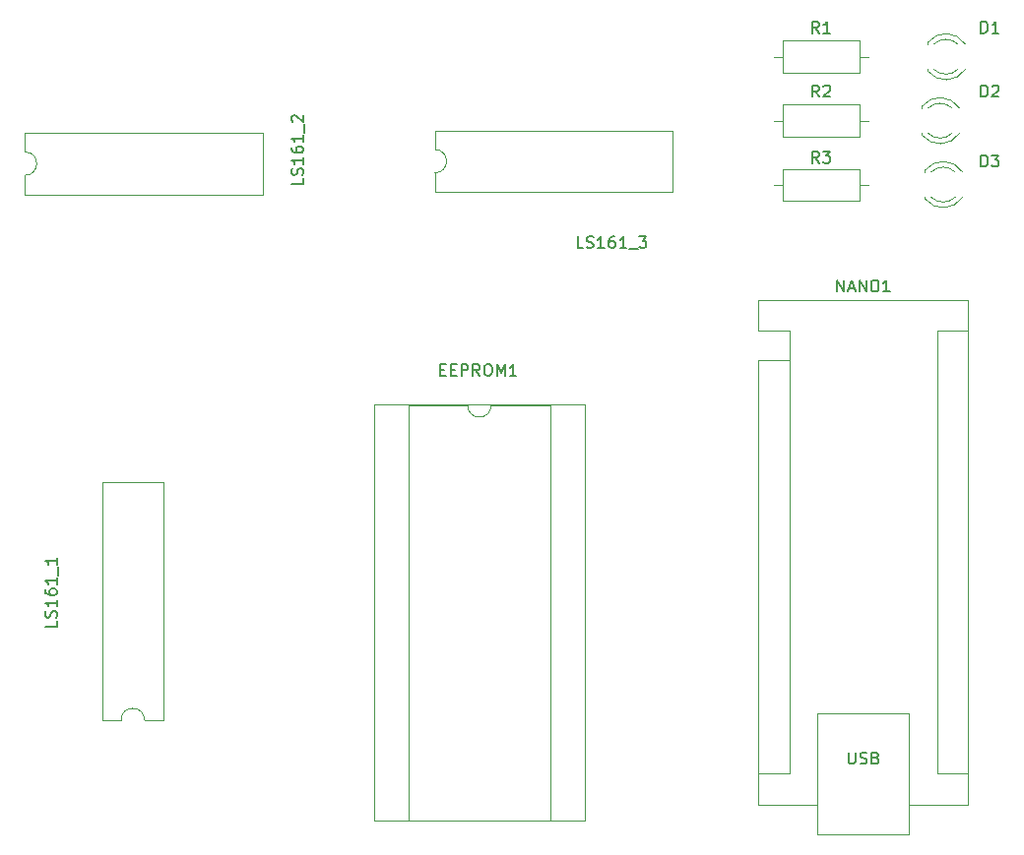
<source format=gbr>
%TF.GenerationSoftware,KiCad,Pcbnew,8.0.3*%
%TF.CreationDate,2024-09-08T09:23:32+02:00*%
%TF.ProjectId,AT28C64B-circuit-third-sol,41543238-4336-4344-922d-636972637569,rev?*%
%TF.SameCoordinates,Original*%
%TF.FileFunction,Legend,Top*%
%TF.FilePolarity,Positive*%
%FSLAX46Y46*%
G04 Gerber Fmt 4.6, Leading zero omitted, Abs format (unit mm)*
G04 Created by KiCad (PCBNEW 8.0.3) date 2024-09-08 09:23:32*
%MOMM*%
%LPD*%
G01*
G04 APERTURE LIST*
%ADD10C,0.150000*%
%ADD11C,0.120000*%
G04 APERTURE END LIST*
D10*
X180333333Y-51134819D02*
X180000000Y-50658628D01*
X179761905Y-51134819D02*
X179761905Y-50134819D01*
X179761905Y-50134819D02*
X180142857Y-50134819D01*
X180142857Y-50134819D02*
X180238095Y-50182438D01*
X180238095Y-50182438D02*
X180285714Y-50230057D01*
X180285714Y-50230057D02*
X180333333Y-50325295D01*
X180333333Y-50325295D02*
X180333333Y-50468152D01*
X180333333Y-50468152D02*
X180285714Y-50563390D01*
X180285714Y-50563390D02*
X180238095Y-50611009D01*
X180238095Y-50611009D02*
X180142857Y-50658628D01*
X180142857Y-50658628D02*
X179761905Y-50658628D01*
X180666667Y-50134819D02*
X181285714Y-50134819D01*
X181285714Y-50134819D02*
X180952381Y-50515771D01*
X180952381Y-50515771D02*
X181095238Y-50515771D01*
X181095238Y-50515771D02*
X181190476Y-50563390D01*
X181190476Y-50563390D02*
X181238095Y-50611009D01*
X181238095Y-50611009D02*
X181285714Y-50706247D01*
X181285714Y-50706247D02*
X181285714Y-50944342D01*
X181285714Y-50944342D02*
X181238095Y-51039580D01*
X181238095Y-51039580D02*
X181190476Y-51087200D01*
X181190476Y-51087200D02*
X181095238Y-51134819D01*
X181095238Y-51134819D02*
X180809524Y-51134819D01*
X180809524Y-51134819D02*
X180714286Y-51087200D01*
X180714286Y-51087200D02*
X180666667Y-51039580D01*
X180333333Y-39954819D02*
X180000000Y-39478628D01*
X179761905Y-39954819D02*
X179761905Y-38954819D01*
X179761905Y-38954819D02*
X180142857Y-38954819D01*
X180142857Y-38954819D02*
X180238095Y-39002438D01*
X180238095Y-39002438D02*
X180285714Y-39050057D01*
X180285714Y-39050057D02*
X180333333Y-39145295D01*
X180333333Y-39145295D02*
X180333333Y-39288152D01*
X180333333Y-39288152D02*
X180285714Y-39383390D01*
X180285714Y-39383390D02*
X180238095Y-39431009D01*
X180238095Y-39431009D02*
X180142857Y-39478628D01*
X180142857Y-39478628D02*
X179761905Y-39478628D01*
X181285714Y-39954819D02*
X180714286Y-39954819D01*
X181000000Y-39954819D02*
X181000000Y-38954819D01*
X181000000Y-38954819D02*
X180904762Y-39097676D01*
X180904762Y-39097676D02*
X180809524Y-39192914D01*
X180809524Y-39192914D02*
X180714286Y-39240533D01*
X135954819Y-52452381D02*
X135954819Y-52928571D01*
X135954819Y-52928571D02*
X134954819Y-52928571D01*
X135907200Y-52166666D02*
X135954819Y-52023809D01*
X135954819Y-52023809D02*
X135954819Y-51785714D01*
X135954819Y-51785714D02*
X135907200Y-51690476D01*
X135907200Y-51690476D02*
X135859580Y-51642857D01*
X135859580Y-51642857D02*
X135764342Y-51595238D01*
X135764342Y-51595238D02*
X135669104Y-51595238D01*
X135669104Y-51595238D02*
X135573866Y-51642857D01*
X135573866Y-51642857D02*
X135526247Y-51690476D01*
X135526247Y-51690476D02*
X135478628Y-51785714D01*
X135478628Y-51785714D02*
X135431009Y-51976190D01*
X135431009Y-51976190D02*
X135383390Y-52071428D01*
X135383390Y-52071428D02*
X135335771Y-52119047D01*
X135335771Y-52119047D02*
X135240533Y-52166666D01*
X135240533Y-52166666D02*
X135145295Y-52166666D01*
X135145295Y-52166666D02*
X135050057Y-52119047D01*
X135050057Y-52119047D02*
X135002438Y-52071428D01*
X135002438Y-52071428D02*
X134954819Y-51976190D01*
X134954819Y-51976190D02*
X134954819Y-51738095D01*
X134954819Y-51738095D02*
X135002438Y-51595238D01*
X135954819Y-50642857D02*
X135954819Y-51214285D01*
X135954819Y-50928571D02*
X134954819Y-50928571D01*
X134954819Y-50928571D02*
X135097676Y-51023809D01*
X135097676Y-51023809D02*
X135192914Y-51119047D01*
X135192914Y-51119047D02*
X135240533Y-51214285D01*
X134954819Y-49785714D02*
X134954819Y-49976190D01*
X134954819Y-49976190D02*
X135002438Y-50071428D01*
X135002438Y-50071428D02*
X135050057Y-50119047D01*
X135050057Y-50119047D02*
X135192914Y-50214285D01*
X135192914Y-50214285D02*
X135383390Y-50261904D01*
X135383390Y-50261904D02*
X135764342Y-50261904D01*
X135764342Y-50261904D02*
X135859580Y-50214285D01*
X135859580Y-50214285D02*
X135907200Y-50166666D01*
X135907200Y-50166666D02*
X135954819Y-50071428D01*
X135954819Y-50071428D02*
X135954819Y-49880952D01*
X135954819Y-49880952D02*
X135907200Y-49785714D01*
X135907200Y-49785714D02*
X135859580Y-49738095D01*
X135859580Y-49738095D02*
X135764342Y-49690476D01*
X135764342Y-49690476D02*
X135526247Y-49690476D01*
X135526247Y-49690476D02*
X135431009Y-49738095D01*
X135431009Y-49738095D02*
X135383390Y-49785714D01*
X135383390Y-49785714D02*
X135335771Y-49880952D01*
X135335771Y-49880952D02*
X135335771Y-50071428D01*
X135335771Y-50071428D02*
X135383390Y-50166666D01*
X135383390Y-50166666D02*
X135431009Y-50214285D01*
X135431009Y-50214285D02*
X135526247Y-50261904D01*
X135954819Y-48738095D02*
X135954819Y-49309523D01*
X135954819Y-49023809D02*
X134954819Y-49023809D01*
X134954819Y-49023809D02*
X135097676Y-49119047D01*
X135097676Y-49119047D02*
X135192914Y-49214285D01*
X135192914Y-49214285D02*
X135240533Y-49309523D01*
X136050057Y-48547619D02*
X136050057Y-47785714D01*
X135050057Y-47595237D02*
X135002438Y-47547618D01*
X135002438Y-47547618D02*
X134954819Y-47452380D01*
X134954819Y-47452380D02*
X134954819Y-47214285D01*
X134954819Y-47214285D02*
X135002438Y-47119047D01*
X135002438Y-47119047D02*
X135050057Y-47071428D01*
X135050057Y-47071428D02*
X135145295Y-47023809D01*
X135145295Y-47023809D02*
X135240533Y-47023809D01*
X135240533Y-47023809D02*
X135383390Y-47071428D01*
X135383390Y-47071428D02*
X135954819Y-47642856D01*
X135954819Y-47642856D02*
X135954819Y-47023809D01*
X194261905Y-39954819D02*
X194261905Y-38954819D01*
X194261905Y-38954819D02*
X194500000Y-38954819D01*
X194500000Y-38954819D02*
X194642857Y-39002438D01*
X194642857Y-39002438D02*
X194738095Y-39097676D01*
X194738095Y-39097676D02*
X194785714Y-39192914D01*
X194785714Y-39192914D02*
X194833333Y-39383390D01*
X194833333Y-39383390D02*
X194833333Y-39526247D01*
X194833333Y-39526247D02*
X194785714Y-39716723D01*
X194785714Y-39716723D02*
X194738095Y-39811961D01*
X194738095Y-39811961D02*
X194642857Y-39907200D01*
X194642857Y-39907200D02*
X194500000Y-39954819D01*
X194500000Y-39954819D02*
X194261905Y-39954819D01*
X195785714Y-39954819D02*
X195214286Y-39954819D01*
X195500000Y-39954819D02*
X195500000Y-38954819D01*
X195500000Y-38954819D02*
X195404762Y-39097676D01*
X195404762Y-39097676D02*
X195309524Y-39192914D01*
X195309524Y-39192914D02*
X195214286Y-39240533D01*
X147761905Y-68931009D02*
X148095238Y-68931009D01*
X148238095Y-69454819D02*
X147761905Y-69454819D01*
X147761905Y-69454819D02*
X147761905Y-68454819D01*
X147761905Y-68454819D02*
X148238095Y-68454819D01*
X148666667Y-68931009D02*
X149000000Y-68931009D01*
X149142857Y-69454819D02*
X148666667Y-69454819D01*
X148666667Y-69454819D02*
X148666667Y-68454819D01*
X148666667Y-68454819D02*
X149142857Y-68454819D01*
X149571429Y-69454819D02*
X149571429Y-68454819D01*
X149571429Y-68454819D02*
X149952381Y-68454819D01*
X149952381Y-68454819D02*
X150047619Y-68502438D01*
X150047619Y-68502438D02*
X150095238Y-68550057D01*
X150095238Y-68550057D02*
X150142857Y-68645295D01*
X150142857Y-68645295D02*
X150142857Y-68788152D01*
X150142857Y-68788152D02*
X150095238Y-68883390D01*
X150095238Y-68883390D02*
X150047619Y-68931009D01*
X150047619Y-68931009D02*
X149952381Y-68978628D01*
X149952381Y-68978628D02*
X149571429Y-68978628D01*
X151142857Y-69454819D02*
X150809524Y-68978628D01*
X150571429Y-69454819D02*
X150571429Y-68454819D01*
X150571429Y-68454819D02*
X150952381Y-68454819D01*
X150952381Y-68454819D02*
X151047619Y-68502438D01*
X151047619Y-68502438D02*
X151095238Y-68550057D01*
X151095238Y-68550057D02*
X151142857Y-68645295D01*
X151142857Y-68645295D02*
X151142857Y-68788152D01*
X151142857Y-68788152D02*
X151095238Y-68883390D01*
X151095238Y-68883390D02*
X151047619Y-68931009D01*
X151047619Y-68931009D02*
X150952381Y-68978628D01*
X150952381Y-68978628D02*
X150571429Y-68978628D01*
X151761905Y-68454819D02*
X151952381Y-68454819D01*
X151952381Y-68454819D02*
X152047619Y-68502438D01*
X152047619Y-68502438D02*
X152142857Y-68597676D01*
X152142857Y-68597676D02*
X152190476Y-68788152D01*
X152190476Y-68788152D02*
X152190476Y-69121485D01*
X152190476Y-69121485D02*
X152142857Y-69311961D01*
X152142857Y-69311961D02*
X152047619Y-69407200D01*
X152047619Y-69407200D02*
X151952381Y-69454819D01*
X151952381Y-69454819D02*
X151761905Y-69454819D01*
X151761905Y-69454819D02*
X151666667Y-69407200D01*
X151666667Y-69407200D02*
X151571429Y-69311961D01*
X151571429Y-69311961D02*
X151523810Y-69121485D01*
X151523810Y-69121485D02*
X151523810Y-68788152D01*
X151523810Y-68788152D02*
X151571429Y-68597676D01*
X151571429Y-68597676D02*
X151666667Y-68502438D01*
X151666667Y-68502438D02*
X151761905Y-68454819D01*
X152619048Y-69454819D02*
X152619048Y-68454819D01*
X152619048Y-68454819D02*
X152952381Y-69169104D01*
X152952381Y-69169104D02*
X153285714Y-68454819D01*
X153285714Y-68454819D02*
X153285714Y-69454819D01*
X154285714Y-69454819D02*
X153714286Y-69454819D01*
X154000000Y-69454819D02*
X154000000Y-68454819D01*
X154000000Y-68454819D02*
X153904762Y-68597676D01*
X153904762Y-68597676D02*
X153809524Y-68692914D01*
X153809524Y-68692914D02*
X153714286Y-68740533D01*
X160047618Y-58454819D02*
X159571428Y-58454819D01*
X159571428Y-58454819D02*
X159571428Y-57454819D01*
X160333333Y-58407200D02*
X160476190Y-58454819D01*
X160476190Y-58454819D02*
X160714285Y-58454819D01*
X160714285Y-58454819D02*
X160809523Y-58407200D01*
X160809523Y-58407200D02*
X160857142Y-58359580D01*
X160857142Y-58359580D02*
X160904761Y-58264342D01*
X160904761Y-58264342D02*
X160904761Y-58169104D01*
X160904761Y-58169104D02*
X160857142Y-58073866D01*
X160857142Y-58073866D02*
X160809523Y-58026247D01*
X160809523Y-58026247D02*
X160714285Y-57978628D01*
X160714285Y-57978628D02*
X160523809Y-57931009D01*
X160523809Y-57931009D02*
X160428571Y-57883390D01*
X160428571Y-57883390D02*
X160380952Y-57835771D01*
X160380952Y-57835771D02*
X160333333Y-57740533D01*
X160333333Y-57740533D02*
X160333333Y-57645295D01*
X160333333Y-57645295D02*
X160380952Y-57550057D01*
X160380952Y-57550057D02*
X160428571Y-57502438D01*
X160428571Y-57502438D02*
X160523809Y-57454819D01*
X160523809Y-57454819D02*
X160761904Y-57454819D01*
X160761904Y-57454819D02*
X160904761Y-57502438D01*
X161857142Y-58454819D02*
X161285714Y-58454819D01*
X161571428Y-58454819D02*
X161571428Y-57454819D01*
X161571428Y-57454819D02*
X161476190Y-57597676D01*
X161476190Y-57597676D02*
X161380952Y-57692914D01*
X161380952Y-57692914D02*
X161285714Y-57740533D01*
X162714285Y-57454819D02*
X162523809Y-57454819D01*
X162523809Y-57454819D02*
X162428571Y-57502438D01*
X162428571Y-57502438D02*
X162380952Y-57550057D01*
X162380952Y-57550057D02*
X162285714Y-57692914D01*
X162285714Y-57692914D02*
X162238095Y-57883390D01*
X162238095Y-57883390D02*
X162238095Y-58264342D01*
X162238095Y-58264342D02*
X162285714Y-58359580D01*
X162285714Y-58359580D02*
X162333333Y-58407200D01*
X162333333Y-58407200D02*
X162428571Y-58454819D01*
X162428571Y-58454819D02*
X162619047Y-58454819D01*
X162619047Y-58454819D02*
X162714285Y-58407200D01*
X162714285Y-58407200D02*
X162761904Y-58359580D01*
X162761904Y-58359580D02*
X162809523Y-58264342D01*
X162809523Y-58264342D02*
X162809523Y-58026247D01*
X162809523Y-58026247D02*
X162761904Y-57931009D01*
X162761904Y-57931009D02*
X162714285Y-57883390D01*
X162714285Y-57883390D02*
X162619047Y-57835771D01*
X162619047Y-57835771D02*
X162428571Y-57835771D01*
X162428571Y-57835771D02*
X162333333Y-57883390D01*
X162333333Y-57883390D02*
X162285714Y-57931009D01*
X162285714Y-57931009D02*
X162238095Y-58026247D01*
X163761904Y-58454819D02*
X163190476Y-58454819D01*
X163476190Y-58454819D02*
X163476190Y-57454819D01*
X163476190Y-57454819D02*
X163380952Y-57597676D01*
X163380952Y-57597676D02*
X163285714Y-57692914D01*
X163285714Y-57692914D02*
X163190476Y-57740533D01*
X163952381Y-58550057D02*
X164714285Y-58550057D01*
X164857143Y-57454819D02*
X165476190Y-57454819D01*
X165476190Y-57454819D02*
X165142857Y-57835771D01*
X165142857Y-57835771D02*
X165285714Y-57835771D01*
X165285714Y-57835771D02*
X165380952Y-57883390D01*
X165380952Y-57883390D02*
X165428571Y-57931009D01*
X165428571Y-57931009D02*
X165476190Y-58026247D01*
X165476190Y-58026247D02*
X165476190Y-58264342D01*
X165476190Y-58264342D02*
X165428571Y-58359580D01*
X165428571Y-58359580D02*
X165380952Y-58407200D01*
X165380952Y-58407200D02*
X165285714Y-58454819D01*
X165285714Y-58454819D02*
X165000000Y-58454819D01*
X165000000Y-58454819D02*
X164904762Y-58407200D01*
X164904762Y-58407200D02*
X164857143Y-58359580D01*
X180333333Y-45454819D02*
X180000000Y-44978628D01*
X179761905Y-45454819D02*
X179761905Y-44454819D01*
X179761905Y-44454819D02*
X180142857Y-44454819D01*
X180142857Y-44454819D02*
X180238095Y-44502438D01*
X180238095Y-44502438D02*
X180285714Y-44550057D01*
X180285714Y-44550057D02*
X180333333Y-44645295D01*
X180333333Y-44645295D02*
X180333333Y-44788152D01*
X180333333Y-44788152D02*
X180285714Y-44883390D01*
X180285714Y-44883390D02*
X180238095Y-44931009D01*
X180238095Y-44931009D02*
X180142857Y-44978628D01*
X180142857Y-44978628D02*
X179761905Y-44978628D01*
X180714286Y-44550057D02*
X180761905Y-44502438D01*
X180761905Y-44502438D02*
X180857143Y-44454819D01*
X180857143Y-44454819D02*
X181095238Y-44454819D01*
X181095238Y-44454819D02*
X181190476Y-44502438D01*
X181190476Y-44502438D02*
X181238095Y-44550057D01*
X181238095Y-44550057D02*
X181285714Y-44645295D01*
X181285714Y-44645295D02*
X181285714Y-44740533D01*
X181285714Y-44740533D02*
X181238095Y-44883390D01*
X181238095Y-44883390D02*
X180666667Y-45454819D01*
X180666667Y-45454819D02*
X181285714Y-45454819D01*
X181881905Y-62214819D02*
X181881905Y-61214819D01*
X181881905Y-61214819D02*
X182453333Y-62214819D01*
X182453333Y-62214819D02*
X182453333Y-61214819D01*
X182881905Y-61929104D02*
X183358095Y-61929104D01*
X182786667Y-62214819D02*
X183120000Y-61214819D01*
X183120000Y-61214819D02*
X183453333Y-62214819D01*
X183786667Y-62214819D02*
X183786667Y-61214819D01*
X183786667Y-61214819D02*
X184358095Y-62214819D01*
X184358095Y-62214819D02*
X184358095Y-61214819D01*
X185024762Y-61214819D02*
X185215238Y-61214819D01*
X185215238Y-61214819D02*
X185310476Y-61262438D01*
X185310476Y-61262438D02*
X185405714Y-61357676D01*
X185405714Y-61357676D02*
X185453333Y-61548152D01*
X185453333Y-61548152D02*
X185453333Y-61881485D01*
X185453333Y-61881485D02*
X185405714Y-62071961D01*
X185405714Y-62071961D02*
X185310476Y-62167200D01*
X185310476Y-62167200D02*
X185215238Y-62214819D01*
X185215238Y-62214819D02*
X185024762Y-62214819D01*
X185024762Y-62214819D02*
X184929524Y-62167200D01*
X184929524Y-62167200D02*
X184834286Y-62071961D01*
X184834286Y-62071961D02*
X184786667Y-61881485D01*
X184786667Y-61881485D02*
X184786667Y-61548152D01*
X184786667Y-61548152D02*
X184834286Y-61357676D01*
X184834286Y-61357676D02*
X184929524Y-61262438D01*
X184929524Y-61262438D02*
X185024762Y-61214819D01*
X186405714Y-62214819D02*
X185834286Y-62214819D01*
X186120000Y-62214819D02*
X186120000Y-61214819D01*
X186120000Y-61214819D02*
X186024762Y-61357676D01*
X186024762Y-61357676D02*
X185929524Y-61452914D01*
X185929524Y-61452914D02*
X185834286Y-61500533D01*
X182858095Y-101854819D02*
X182858095Y-102664342D01*
X182858095Y-102664342D02*
X182905714Y-102759580D01*
X182905714Y-102759580D02*
X182953333Y-102807200D01*
X182953333Y-102807200D02*
X183048571Y-102854819D01*
X183048571Y-102854819D02*
X183239047Y-102854819D01*
X183239047Y-102854819D02*
X183334285Y-102807200D01*
X183334285Y-102807200D02*
X183381904Y-102759580D01*
X183381904Y-102759580D02*
X183429523Y-102664342D01*
X183429523Y-102664342D02*
X183429523Y-101854819D01*
X183858095Y-102807200D02*
X184000952Y-102854819D01*
X184000952Y-102854819D02*
X184239047Y-102854819D01*
X184239047Y-102854819D02*
X184334285Y-102807200D01*
X184334285Y-102807200D02*
X184381904Y-102759580D01*
X184381904Y-102759580D02*
X184429523Y-102664342D01*
X184429523Y-102664342D02*
X184429523Y-102569104D01*
X184429523Y-102569104D02*
X184381904Y-102473866D01*
X184381904Y-102473866D02*
X184334285Y-102426247D01*
X184334285Y-102426247D02*
X184239047Y-102378628D01*
X184239047Y-102378628D02*
X184048571Y-102331009D01*
X184048571Y-102331009D02*
X183953333Y-102283390D01*
X183953333Y-102283390D02*
X183905714Y-102235771D01*
X183905714Y-102235771D02*
X183858095Y-102140533D01*
X183858095Y-102140533D02*
X183858095Y-102045295D01*
X183858095Y-102045295D02*
X183905714Y-101950057D01*
X183905714Y-101950057D02*
X183953333Y-101902438D01*
X183953333Y-101902438D02*
X184048571Y-101854819D01*
X184048571Y-101854819D02*
X184286666Y-101854819D01*
X184286666Y-101854819D02*
X184429523Y-101902438D01*
X185191428Y-102331009D02*
X185334285Y-102378628D01*
X185334285Y-102378628D02*
X185381904Y-102426247D01*
X185381904Y-102426247D02*
X185429523Y-102521485D01*
X185429523Y-102521485D02*
X185429523Y-102664342D01*
X185429523Y-102664342D02*
X185381904Y-102759580D01*
X185381904Y-102759580D02*
X185334285Y-102807200D01*
X185334285Y-102807200D02*
X185239047Y-102854819D01*
X185239047Y-102854819D02*
X184858095Y-102854819D01*
X184858095Y-102854819D02*
X184858095Y-101854819D01*
X184858095Y-101854819D02*
X185191428Y-101854819D01*
X185191428Y-101854819D02*
X185286666Y-101902438D01*
X185286666Y-101902438D02*
X185334285Y-101950057D01*
X185334285Y-101950057D02*
X185381904Y-102045295D01*
X185381904Y-102045295D02*
X185381904Y-102140533D01*
X185381904Y-102140533D02*
X185334285Y-102235771D01*
X185334285Y-102235771D02*
X185286666Y-102283390D01*
X185286666Y-102283390D02*
X185191428Y-102331009D01*
X185191428Y-102331009D02*
X184858095Y-102331009D01*
X114774819Y-90532381D02*
X114774819Y-91008571D01*
X114774819Y-91008571D02*
X113774819Y-91008571D01*
X114727200Y-90246666D02*
X114774819Y-90103809D01*
X114774819Y-90103809D02*
X114774819Y-89865714D01*
X114774819Y-89865714D02*
X114727200Y-89770476D01*
X114727200Y-89770476D02*
X114679580Y-89722857D01*
X114679580Y-89722857D02*
X114584342Y-89675238D01*
X114584342Y-89675238D02*
X114489104Y-89675238D01*
X114489104Y-89675238D02*
X114393866Y-89722857D01*
X114393866Y-89722857D02*
X114346247Y-89770476D01*
X114346247Y-89770476D02*
X114298628Y-89865714D01*
X114298628Y-89865714D02*
X114251009Y-90056190D01*
X114251009Y-90056190D02*
X114203390Y-90151428D01*
X114203390Y-90151428D02*
X114155771Y-90199047D01*
X114155771Y-90199047D02*
X114060533Y-90246666D01*
X114060533Y-90246666D02*
X113965295Y-90246666D01*
X113965295Y-90246666D02*
X113870057Y-90199047D01*
X113870057Y-90199047D02*
X113822438Y-90151428D01*
X113822438Y-90151428D02*
X113774819Y-90056190D01*
X113774819Y-90056190D02*
X113774819Y-89818095D01*
X113774819Y-89818095D02*
X113822438Y-89675238D01*
X114774819Y-88722857D02*
X114774819Y-89294285D01*
X114774819Y-89008571D02*
X113774819Y-89008571D01*
X113774819Y-89008571D02*
X113917676Y-89103809D01*
X113917676Y-89103809D02*
X114012914Y-89199047D01*
X114012914Y-89199047D02*
X114060533Y-89294285D01*
X113774819Y-87865714D02*
X113774819Y-88056190D01*
X113774819Y-88056190D02*
X113822438Y-88151428D01*
X113822438Y-88151428D02*
X113870057Y-88199047D01*
X113870057Y-88199047D02*
X114012914Y-88294285D01*
X114012914Y-88294285D02*
X114203390Y-88341904D01*
X114203390Y-88341904D02*
X114584342Y-88341904D01*
X114584342Y-88341904D02*
X114679580Y-88294285D01*
X114679580Y-88294285D02*
X114727200Y-88246666D01*
X114727200Y-88246666D02*
X114774819Y-88151428D01*
X114774819Y-88151428D02*
X114774819Y-87960952D01*
X114774819Y-87960952D02*
X114727200Y-87865714D01*
X114727200Y-87865714D02*
X114679580Y-87818095D01*
X114679580Y-87818095D02*
X114584342Y-87770476D01*
X114584342Y-87770476D02*
X114346247Y-87770476D01*
X114346247Y-87770476D02*
X114251009Y-87818095D01*
X114251009Y-87818095D02*
X114203390Y-87865714D01*
X114203390Y-87865714D02*
X114155771Y-87960952D01*
X114155771Y-87960952D02*
X114155771Y-88151428D01*
X114155771Y-88151428D02*
X114203390Y-88246666D01*
X114203390Y-88246666D02*
X114251009Y-88294285D01*
X114251009Y-88294285D02*
X114346247Y-88341904D01*
X114774819Y-86818095D02*
X114774819Y-87389523D01*
X114774819Y-87103809D02*
X113774819Y-87103809D01*
X113774819Y-87103809D02*
X113917676Y-87199047D01*
X113917676Y-87199047D02*
X114012914Y-87294285D01*
X114012914Y-87294285D02*
X114060533Y-87389523D01*
X114870057Y-86627619D02*
X114870057Y-85865714D01*
X114774819Y-85103809D02*
X114774819Y-85675237D01*
X114774819Y-85389523D02*
X113774819Y-85389523D01*
X113774819Y-85389523D02*
X113917676Y-85484761D01*
X113917676Y-85484761D02*
X114012914Y-85579999D01*
X114012914Y-85579999D02*
X114060533Y-85675237D01*
X194261905Y-45454819D02*
X194261905Y-44454819D01*
X194261905Y-44454819D02*
X194500000Y-44454819D01*
X194500000Y-44454819D02*
X194642857Y-44502438D01*
X194642857Y-44502438D02*
X194738095Y-44597676D01*
X194738095Y-44597676D02*
X194785714Y-44692914D01*
X194785714Y-44692914D02*
X194833333Y-44883390D01*
X194833333Y-44883390D02*
X194833333Y-45026247D01*
X194833333Y-45026247D02*
X194785714Y-45216723D01*
X194785714Y-45216723D02*
X194738095Y-45311961D01*
X194738095Y-45311961D02*
X194642857Y-45407200D01*
X194642857Y-45407200D02*
X194500000Y-45454819D01*
X194500000Y-45454819D02*
X194261905Y-45454819D01*
X195214286Y-44550057D02*
X195261905Y-44502438D01*
X195261905Y-44502438D02*
X195357143Y-44454819D01*
X195357143Y-44454819D02*
X195595238Y-44454819D01*
X195595238Y-44454819D02*
X195690476Y-44502438D01*
X195690476Y-44502438D02*
X195738095Y-44550057D01*
X195738095Y-44550057D02*
X195785714Y-44645295D01*
X195785714Y-44645295D02*
X195785714Y-44740533D01*
X195785714Y-44740533D02*
X195738095Y-44883390D01*
X195738095Y-44883390D02*
X195166667Y-45454819D01*
X195166667Y-45454819D02*
X195785714Y-45454819D01*
X194261905Y-51454819D02*
X194261905Y-50454819D01*
X194261905Y-50454819D02*
X194500000Y-50454819D01*
X194500000Y-50454819D02*
X194642857Y-50502438D01*
X194642857Y-50502438D02*
X194738095Y-50597676D01*
X194738095Y-50597676D02*
X194785714Y-50692914D01*
X194785714Y-50692914D02*
X194833333Y-50883390D01*
X194833333Y-50883390D02*
X194833333Y-51026247D01*
X194833333Y-51026247D02*
X194785714Y-51216723D01*
X194785714Y-51216723D02*
X194738095Y-51311961D01*
X194738095Y-51311961D02*
X194642857Y-51407200D01*
X194642857Y-51407200D02*
X194500000Y-51454819D01*
X194500000Y-51454819D02*
X194261905Y-51454819D01*
X195166667Y-50454819D02*
X195785714Y-50454819D01*
X195785714Y-50454819D02*
X195452381Y-50835771D01*
X195452381Y-50835771D02*
X195595238Y-50835771D01*
X195595238Y-50835771D02*
X195690476Y-50883390D01*
X195690476Y-50883390D02*
X195738095Y-50931009D01*
X195738095Y-50931009D02*
X195785714Y-51026247D01*
X195785714Y-51026247D02*
X195785714Y-51264342D01*
X195785714Y-51264342D02*
X195738095Y-51359580D01*
X195738095Y-51359580D02*
X195690476Y-51407200D01*
X195690476Y-51407200D02*
X195595238Y-51454819D01*
X195595238Y-51454819D02*
X195309524Y-51454819D01*
X195309524Y-51454819D02*
X195214286Y-51407200D01*
X195214286Y-51407200D02*
X195166667Y-51359580D01*
D11*
%TO.C,R3*%
X176460000Y-53050000D02*
X177230000Y-53050000D01*
X177230000Y-51680000D02*
X177230000Y-54420000D01*
X177230000Y-54420000D02*
X183770000Y-54420000D01*
X183770000Y-51680000D02*
X177230000Y-51680000D01*
X183770000Y-54420000D02*
X183770000Y-51680000D01*
X184540000Y-53050000D02*
X183770000Y-53050000D01*
%TO.C,R1*%
X176460000Y-42000000D02*
X177230000Y-42000000D01*
X177230000Y-40630000D02*
X177230000Y-43370000D01*
X177230000Y-43370000D02*
X183770000Y-43370000D01*
X183770000Y-40630000D02*
X177230000Y-40630000D01*
X183770000Y-43370000D02*
X183770000Y-40630000D01*
X184540000Y-42000000D02*
X183770000Y-42000000D01*
%TO.C,LS161_2*%
X112050000Y-48540000D02*
X112050000Y-50190000D01*
X112050000Y-52190000D02*
X112050000Y-53840000D01*
X112050000Y-53840000D02*
X132490000Y-53840000D01*
X132490000Y-48540000D02*
X112050000Y-48540000D01*
X132490000Y-53840000D02*
X132490000Y-48540000D01*
X112050000Y-50190000D02*
G75*
G02*
X112050000Y-52190000I0J-1000000D01*
G01*
%TO.C,D1*%
X189670000Y-40764000D02*
X189670000Y-40920000D01*
X189670000Y-43080000D02*
X189670000Y-43236000D01*
X189670000Y-40764484D02*
G75*
G02*
X192902335Y-40921392I1560000J-1235516D01*
G01*
X190189039Y-40920000D02*
G75*
G02*
X192271130Y-40920163I1040961J-1080000D01*
G01*
X192271130Y-43079837D02*
G75*
G02*
X190189039Y-43080000I-1041130J1079837D01*
G01*
X192902335Y-43078608D02*
G75*
G02*
X189670000Y-43235516I-1672335J1078608D01*
G01*
%TO.C,EEPROM1*%
X142060000Y-71950000D02*
X142060000Y-107750000D01*
X142060000Y-107750000D02*
X160180000Y-107750000D01*
X145060000Y-72010000D02*
X145060000Y-107690000D01*
X145060000Y-107690000D02*
X157180000Y-107690000D01*
X150120000Y-72010000D02*
X145060000Y-72010000D01*
X157180000Y-72010000D02*
X152120000Y-72010000D01*
X157180000Y-107690000D02*
X157180000Y-72010000D01*
X160180000Y-71950000D02*
X142060000Y-71950000D01*
X160180000Y-107750000D02*
X160180000Y-71950000D01*
X152120000Y-72010000D02*
G75*
G02*
X150120000Y-72010000I-1000000J0D01*
G01*
%TO.C,LS161_3*%
X147295000Y-48340000D02*
X147295000Y-49990000D01*
X147295000Y-51990000D02*
X147295000Y-53640000D01*
X147295000Y-53640000D02*
X167735000Y-53640000D01*
X167735000Y-48340000D02*
X147295000Y-48340000D01*
X167735000Y-53640000D02*
X167735000Y-48340000D01*
X147295000Y-49990000D02*
G75*
G02*
X147295000Y-51990000I0J-1000000D01*
G01*
%TO.C,R2*%
X176460000Y-47500000D02*
X177230000Y-47500000D01*
X177230000Y-46130000D02*
X177230000Y-48870000D01*
X177230000Y-48870000D02*
X183770000Y-48870000D01*
X183770000Y-46130000D02*
X177230000Y-46130000D01*
X183770000Y-48870000D02*
X183770000Y-46130000D01*
X184540000Y-47500000D02*
X183770000Y-47500000D01*
%TO.C,NANO1*%
X175100000Y-62900000D02*
X175100000Y-65570000D01*
X175100000Y-68110000D02*
X175100000Y-106340000D01*
X175100000Y-106340000D02*
X180180000Y-106340000D01*
X177770000Y-65570000D02*
X175100000Y-65570000D01*
X177770000Y-68110000D02*
X175100000Y-68110000D01*
X177770000Y-68110000D02*
X177770000Y-65570000D01*
X177770000Y-68110000D02*
X177770000Y-103670000D01*
X177770000Y-103670000D02*
X175100000Y-103670000D01*
X180180000Y-98460000D02*
X188060000Y-98460000D01*
X180180000Y-108880000D02*
X180180000Y-98460000D01*
X188060000Y-98460000D02*
X188060000Y-108880000D01*
X188060000Y-108880000D02*
X180180000Y-108880000D01*
X190470000Y-65570000D02*
X190470000Y-103670000D01*
X190470000Y-65570000D02*
X193140000Y-65570000D01*
X190470000Y-103670000D02*
X193140000Y-103670000D01*
X193140000Y-62900000D02*
X175100000Y-62900000D01*
X193140000Y-106340000D02*
X188060000Y-106340000D01*
X193140000Y-106340000D02*
X193140000Y-62900000D01*
%TO.C,LS161_1*%
X118660000Y-78630000D02*
X118660000Y-99070000D01*
X118660000Y-99070000D02*
X120310000Y-99070000D01*
X122310000Y-99070000D02*
X123960000Y-99070000D01*
X123960000Y-78630000D02*
X118660000Y-78630000D01*
X123960000Y-99070000D02*
X123960000Y-78630000D01*
X120310000Y-99070000D02*
G75*
G02*
X122310000Y-99070000I1000000J0D01*
G01*
%TO.C,D2*%
X189170000Y-46264000D02*
X189170000Y-46420000D01*
X189170000Y-48580000D02*
X189170000Y-48736000D01*
X189170000Y-46264484D02*
G75*
G02*
X192402335Y-46421392I1560000J-1235516D01*
G01*
X189689039Y-46420000D02*
G75*
G02*
X191771130Y-46420163I1040961J-1080000D01*
G01*
X191771130Y-48579837D02*
G75*
G02*
X189689039Y-48580000I-1041130J1079837D01*
G01*
X192402335Y-48578608D02*
G75*
G02*
X189170000Y-48735516I-1672335J1078608D01*
G01*
%TO.C,D3*%
X189435000Y-51764000D02*
X189435000Y-51920000D01*
X189435000Y-54080000D02*
X189435000Y-54236000D01*
X189435000Y-51764484D02*
G75*
G02*
X192667335Y-51921392I1560000J-1235516D01*
G01*
X189954039Y-51920000D02*
G75*
G02*
X192036130Y-51920163I1040961J-1080000D01*
G01*
X192036130Y-54079837D02*
G75*
G02*
X189954039Y-54080000I-1041130J1079837D01*
G01*
X192667335Y-54078608D02*
G75*
G02*
X189435000Y-54235516I-1672335J1078608D01*
G01*
%TD*%
M02*

</source>
